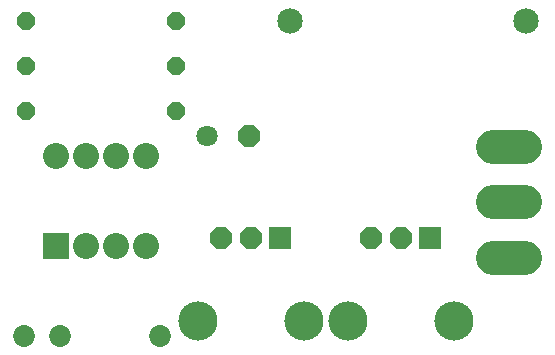
<source format=gbr>
G04 EAGLE Gerber RS-274X export*
G75*
%MOMM*%
%FSLAX34Y34*%
%LPD*%
%INSoldermask Bottom*%
%IPPOS*%
%AMOC8*
5,1,8,0,0,1.08239X$1,22.5*%
G01*
%ADD10C,2.153200*%
%ADD11P,1.951982X8X22.500000*%
%ADD12C,1.803400*%
%ADD13P,1.649562X8X22.500000*%
%ADD14R,2.203200X2.203200*%
%ADD15C,2.203200*%
%ADD16C,1.853200*%
%ADD17R,1.853200X1.853200*%
%ADD18P,2.005885X8X112.500000*%
%ADD19C,3.319200*%
%ADD20C,2.908300*%


D10*
X248700Y317500D03*
X448700Y317500D03*
D11*
X214630Y219710D03*
D12*
X179070Y219710D03*
D13*
X25400Y241300D03*
X152400Y241300D03*
D14*
X50800Y127000D03*
D15*
X76200Y127000D03*
X101600Y127000D03*
X127000Y127000D03*
X127000Y203200D03*
X101600Y203200D03*
X76200Y203200D03*
X50800Y203200D03*
D16*
X138900Y50800D03*
X53900Y50800D03*
X23900Y50800D03*
D17*
X367900Y133500D03*
D18*
X342900Y133500D03*
X317900Y133500D03*
D19*
X297900Y63500D03*
X387900Y63500D03*
D20*
X420815Y116840D02*
X447866Y116840D01*
X447866Y163830D02*
X420815Y163830D01*
X420815Y210820D02*
X447866Y210820D01*
D13*
X25400Y279400D03*
X152400Y279400D03*
X25400Y317500D03*
X152400Y317500D03*
D17*
X240900Y133500D03*
D18*
X215900Y133500D03*
X190900Y133500D03*
D19*
X170900Y63500D03*
X260900Y63500D03*
M02*

</source>
